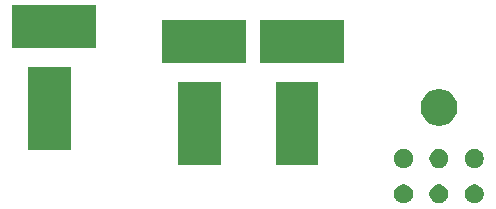
<source format=gbr>
G04 #@! TF.GenerationSoftware,KiCad,Pcbnew,(5.0.1)-3*
G04 #@! TF.CreationDate,2019-02-21T23:49:24-07:00*
G04 #@! TF.ProjectId,PowerManagement2019,506F7765724D616E6167656D656E7432,rev?*
G04 #@! TF.SameCoordinates,Original*
G04 #@! TF.FileFunction,Soldermask,Bot*
G04 #@! TF.FilePolarity,Negative*
%FSLAX46Y46*%
G04 Gerber Fmt 4.6, Leading zero omitted, Abs format (unit mm)*
G04 Created by KiCad (PCBNEW (5.0.1)-3) date 2019-02-21 11:49:24 PM*
%MOMM*%
%LPD*%
G01*
G04 APERTURE LIST*
%ADD10C,0.100000*%
G04 APERTURE END LIST*
D10*
G36*
X242168643Y-155294781D02*
X242314415Y-155355162D01*
X242445611Y-155442824D01*
X242557176Y-155554389D01*
X242644838Y-155685585D01*
X242705219Y-155831357D01*
X242736000Y-155986107D01*
X242736000Y-156143893D01*
X242705219Y-156298643D01*
X242644838Y-156444415D01*
X242557176Y-156575611D01*
X242445611Y-156687176D01*
X242314415Y-156774838D01*
X242168643Y-156835219D01*
X242013893Y-156866000D01*
X241856107Y-156866000D01*
X241701357Y-156835219D01*
X241555585Y-156774838D01*
X241424389Y-156687176D01*
X241312824Y-156575611D01*
X241225162Y-156444415D01*
X241164781Y-156298643D01*
X241134000Y-156143893D01*
X241134000Y-155986107D01*
X241164781Y-155831357D01*
X241225162Y-155685585D01*
X241312824Y-155554389D01*
X241424389Y-155442824D01*
X241555585Y-155355162D01*
X241701357Y-155294781D01*
X241856107Y-155264000D01*
X242013893Y-155264000D01*
X242168643Y-155294781D01*
X242168643Y-155294781D01*
G37*
G36*
X239168643Y-155294781D02*
X239314415Y-155355162D01*
X239445611Y-155442824D01*
X239557176Y-155554389D01*
X239644838Y-155685585D01*
X239705219Y-155831357D01*
X239736000Y-155986107D01*
X239736000Y-156143893D01*
X239705219Y-156298643D01*
X239644838Y-156444415D01*
X239557176Y-156575611D01*
X239445611Y-156687176D01*
X239314415Y-156774838D01*
X239168643Y-156835219D01*
X239013893Y-156866000D01*
X238856107Y-156866000D01*
X238701357Y-156835219D01*
X238555585Y-156774838D01*
X238424389Y-156687176D01*
X238312824Y-156575611D01*
X238225162Y-156444415D01*
X238164781Y-156298643D01*
X238134000Y-156143893D01*
X238134000Y-155986107D01*
X238164781Y-155831357D01*
X238225162Y-155685585D01*
X238312824Y-155554389D01*
X238424389Y-155442824D01*
X238555585Y-155355162D01*
X238701357Y-155294781D01*
X238856107Y-155264000D01*
X239013893Y-155264000D01*
X239168643Y-155294781D01*
X239168643Y-155294781D01*
G37*
G36*
X245168643Y-155294781D02*
X245314415Y-155355162D01*
X245445611Y-155442824D01*
X245557176Y-155554389D01*
X245644838Y-155685585D01*
X245705219Y-155831357D01*
X245736000Y-155986107D01*
X245736000Y-156143893D01*
X245705219Y-156298643D01*
X245644838Y-156444415D01*
X245557176Y-156575611D01*
X245445611Y-156687176D01*
X245314415Y-156774838D01*
X245168643Y-156835219D01*
X245013893Y-156866000D01*
X244856107Y-156866000D01*
X244701357Y-156835219D01*
X244555585Y-156774838D01*
X244424389Y-156687176D01*
X244312824Y-156575611D01*
X244225162Y-156444415D01*
X244164781Y-156298643D01*
X244134000Y-156143893D01*
X244134000Y-155986107D01*
X244164781Y-155831357D01*
X244225162Y-155685585D01*
X244312824Y-155554389D01*
X244424389Y-155442824D01*
X244555585Y-155355162D01*
X244701357Y-155294781D01*
X244856107Y-155264000D01*
X245013893Y-155264000D01*
X245168643Y-155294781D01*
X245168643Y-155294781D01*
G37*
G36*
X245168643Y-152294781D02*
X245314415Y-152355162D01*
X245445611Y-152442824D01*
X245557176Y-152554389D01*
X245644838Y-152685585D01*
X245705219Y-152831357D01*
X245736000Y-152986107D01*
X245736000Y-153143893D01*
X245705219Y-153298643D01*
X245644838Y-153444415D01*
X245557176Y-153575611D01*
X245445611Y-153687176D01*
X245314415Y-153774838D01*
X245168643Y-153835219D01*
X245013893Y-153866000D01*
X244856107Y-153866000D01*
X244701357Y-153835219D01*
X244555585Y-153774838D01*
X244424389Y-153687176D01*
X244312824Y-153575611D01*
X244225162Y-153444415D01*
X244164781Y-153298643D01*
X244134000Y-153143893D01*
X244134000Y-152986107D01*
X244164781Y-152831357D01*
X244225162Y-152685585D01*
X244312824Y-152554389D01*
X244424389Y-152442824D01*
X244555585Y-152355162D01*
X244701357Y-152294781D01*
X244856107Y-152264000D01*
X245013893Y-152264000D01*
X245168643Y-152294781D01*
X245168643Y-152294781D01*
G37*
G36*
X242168643Y-152294781D02*
X242314415Y-152355162D01*
X242445611Y-152442824D01*
X242557176Y-152554389D01*
X242644838Y-152685585D01*
X242705219Y-152831357D01*
X242736000Y-152986107D01*
X242736000Y-153143893D01*
X242705219Y-153298643D01*
X242644838Y-153444415D01*
X242557176Y-153575611D01*
X242445611Y-153687176D01*
X242314415Y-153774838D01*
X242168643Y-153835219D01*
X242013893Y-153866000D01*
X241856107Y-153866000D01*
X241701357Y-153835219D01*
X241555585Y-153774838D01*
X241424389Y-153687176D01*
X241312824Y-153575611D01*
X241225162Y-153444415D01*
X241164781Y-153298643D01*
X241134000Y-153143893D01*
X241134000Y-152986107D01*
X241164781Y-152831357D01*
X241225162Y-152685585D01*
X241312824Y-152554389D01*
X241424389Y-152442824D01*
X241555585Y-152355162D01*
X241701357Y-152294781D01*
X241856107Y-152264000D01*
X242013893Y-152264000D01*
X242168643Y-152294781D01*
X242168643Y-152294781D01*
G37*
G36*
X239168643Y-152294781D02*
X239314415Y-152355162D01*
X239445611Y-152442824D01*
X239557176Y-152554389D01*
X239644838Y-152685585D01*
X239705219Y-152831357D01*
X239736000Y-152986107D01*
X239736000Y-153143893D01*
X239705219Y-153298643D01*
X239644838Y-153444415D01*
X239557176Y-153575611D01*
X239445611Y-153687176D01*
X239314415Y-153774838D01*
X239168643Y-153835219D01*
X239013893Y-153866000D01*
X238856107Y-153866000D01*
X238701357Y-153835219D01*
X238555585Y-153774838D01*
X238424389Y-153687176D01*
X238312824Y-153575611D01*
X238225162Y-153444415D01*
X238164781Y-153298643D01*
X238134000Y-153143893D01*
X238134000Y-152986107D01*
X238164781Y-152831357D01*
X238225162Y-152685585D01*
X238312824Y-152554389D01*
X238424389Y-152442824D01*
X238555585Y-152355162D01*
X238701357Y-152294781D01*
X238856107Y-152264000D01*
X239013893Y-152264000D01*
X239168643Y-152294781D01*
X239168643Y-152294781D01*
G37*
G36*
X231731000Y-153646000D02*
X228129000Y-153646000D01*
X228129000Y-146544000D01*
X231731000Y-146544000D01*
X231731000Y-153646000D01*
X231731000Y-153646000D01*
G37*
G36*
X223476000Y-153646000D02*
X219874000Y-153646000D01*
X219874000Y-146544000D01*
X223476000Y-146544000D01*
X223476000Y-153646000D01*
X223476000Y-153646000D01*
G37*
G36*
X210776000Y-152376000D02*
X207174000Y-152376000D01*
X207174000Y-145274000D01*
X210776000Y-145274000D01*
X210776000Y-152376000D01*
X210776000Y-152376000D01*
G37*
G36*
X242287527Y-147233736D02*
X242387410Y-147253604D01*
X242669674Y-147370521D01*
X242923705Y-147540259D01*
X243139741Y-147756295D01*
X243309479Y-148010326D01*
X243426396Y-148292590D01*
X243486000Y-148592240D01*
X243486000Y-148897760D01*
X243426396Y-149197410D01*
X243309479Y-149479674D01*
X243139741Y-149733705D01*
X242923705Y-149949741D01*
X242669674Y-150119479D01*
X242387410Y-150236396D01*
X242287527Y-150256264D01*
X242087762Y-150296000D01*
X241782238Y-150296000D01*
X241582473Y-150256264D01*
X241482590Y-150236396D01*
X241200326Y-150119479D01*
X240946295Y-149949741D01*
X240730259Y-149733705D01*
X240560521Y-149479674D01*
X240443604Y-149197410D01*
X240384000Y-148897760D01*
X240384000Y-148592240D01*
X240443604Y-148292590D01*
X240560521Y-148010326D01*
X240730259Y-147756295D01*
X240946295Y-147540259D01*
X241200326Y-147370521D01*
X241482590Y-147253604D01*
X241582473Y-147233736D01*
X241782238Y-147194000D01*
X242087762Y-147194000D01*
X242287527Y-147233736D01*
X242287527Y-147233736D01*
G37*
G36*
X233881000Y-144946000D02*
X226779000Y-144946000D01*
X226779000Y-141344000D01*
X233881000Y-141344000D01*
X233881000Y-144946000D01*
X233881000Y-144946000D01*
G37*
G36*
X225626000Y-144946000D02*
X218524000Y-144946000D01*
X218524000Y-141344000D01*
X225626000Y-141344000D01*
X225626000Y-144946000D01*
X225626000Y-144946000D01*
G37*
G36*
X212926000Y-143676000D02*
X205824000Y-143676000D01*
X205824000Y-140074000D01*
X212926000Y-140074000D01*
X212926000Y-143676000D01*
X212926000Y-143676000D01*
G37*
M02*

</source>
